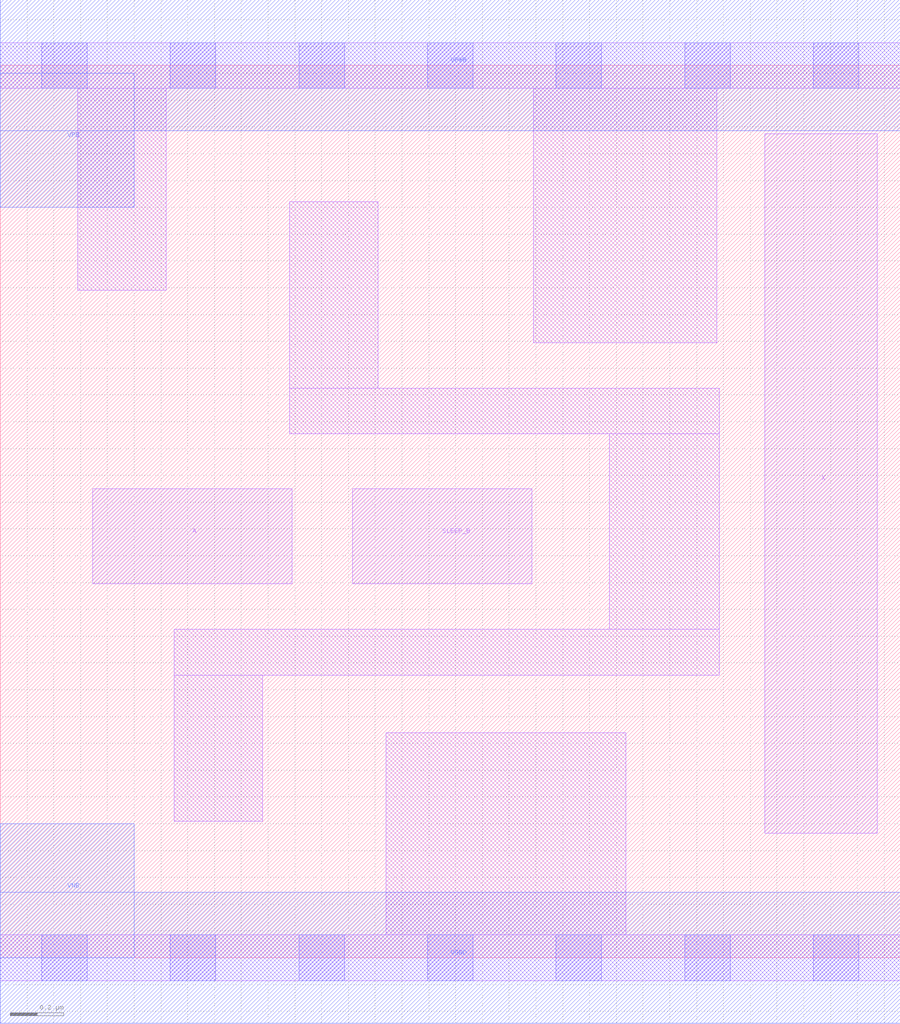
<source format=lef>
# Copyright 2020 The SkyWater PDK Authors
#
# Licensed under the Apache License, Version 2.0 (the "License");
# you may not use this file except in compliance with the License.
# You may obtain a copy of the License at
#
#     https://www.apache.org/licenses/LICENSE-2.0
#
# Unless required by applicable law or agreed to in writing, software
# distributed under the License is distributed on an "AS IS" BASIS,
# WITHOUT WARRANTIES OR CONDITIONS OF ANY KIND, either express or implied.
# See the License for the specific language governing permissions and
# limitations under the License.
#
# SPDX-License-Identifier: Apache-2.0

VERSION 5.5 ;
NAMESCASESENSITIVE ON ;
BUSBITCHARS "[]" ;
DIVIDERCHAR "/" ;
MACRO sky130_fd_sc_lp__inputiso0n_lp
  CLASS CORE ;
  SOURCE USER ;
  ORIGIN  0.000000  0.000000 ;
  SIZE  3.360000 BY  3.330000 ;
  SYMMETRY X Y R90 ;
  SITE unit ;
  PIN A
    ANTENNAGATEAREA  0.189000 ;
    DIRECTION INPUT ;
    USE SIGNAL ;
    PORT
      LAYER li1 ;
        RECT 0.345000 1.395000 1.090000 1.750000 ;
    END
  END A
  PIN SLEEP_B
    ANTENNAGATEAREA  0.189000 ;
    DIRECTION INPUT ;
    USE SIGNAL ;
    PORT
      LAYER li1 ;
        RECT 1.315000 1.395000 1.985000 1.750000 ;
    END
  END SLEEP_B
  PIN X
    ANTENNADIFFAREA  0.445200 ;
    DIRECTION OUTPUT ;
    USE SIGNAL ;
    PORT
      LAYER li1 ;
        RECT 2.855000 0.465000 3.275000 3.075000 ;
    END
  END X
  PIN VGND
    DIRECTION INOUT ;
    USE GROUND ;
    PORT
      LAYER met1 ;
        RECT 0.000000 -0.245000 3.360000 0.245000 ;
    END
  END VGND
  PIN VNB
    DIRECTION INOUT ;
    USE GROUND ;
    PORT
    END
  END VNB
  PIN VPB
    DIRECTION INOUT ;
    USE POWER ;
    PORT
    END
  END VPB
  PIN VNB
    DIRECTION INOUT ;
    USE GROUND ;
    PORT
      LAYER met1 ;
        RECT 0.000000 0.000000 0.500000 0.500000 ;
    END
  END VNB
  PIN VPB
    DIRECTION INOUT ;
    USE POWER ;
    PORT
      LAYER met1 ;
        RECT 0.000000 2.800000 0.500000 3.300000 ;
    END
  END VPB
  PIN VPWR
    DIRECTION INOUT ;
    USE POWER ;
    PORT
      LAYER met1 ;
        RECT 0.000000 3.085000 3.360000 3.575000 ;
    END
  END VPWR
  OBS
    LAYER li1 ;
      RECT 0.000000 -0.085000 3.360000 0.085000 ;
      RECT 0.000000  3.245000 3.360000 3.415000 ;
      RECT 0.290000  2.490000 0.620000 3.245000 ;
      RECT 0.650000  0.510000 0.980000 1.055000 ;
      RECT 0.650000  1.055000 2.685000 1.225000 ;
      RECT 1.080000  1.955000 2.685000 2.125000 ;
      RECT 1.080000  2.125000 1.410000 2.820000 ;
      RECT 1.440000  0.085000 2.335000 0.840000 ;
      RECT 1.990000  2.295000 2.675000 3.245000 ;
      RECT 2.275000  1.225000 2.685000 1.955000 ;
    LAYER mcon ;
      RECT 0.155000 -0.085000 0.325000 0.085000 ;
      RECT 0.155000  3.245000 0.325000 3.415000 ;
      RECT 0.635000 -0.085000 0.805000 0.085000 ;
      RECT 0.635000  3.245000 0.805000 3.415000 ;
      RECT 1.115000 -0.085000 1.285000 0.085000 ;
      RECT 1.115000  3.245000 1.285000 3.415000 ;
      RECT 1.595000 -0.085000 1.765000 0.085000 ;
      RECT 1.595000  3.245000 1.765000 3.415000 ;
      RECT 2.075000 -0.085000 2.245000 0.085000 ;
      RECT 2.075000  3.245000 2.245000 3.415000 ;
      RECT 2.555000 -0.085000 2.725000 0.085000 ;
      RECT 2.555000  3.245000 2.725000 3.415000 ;
      RECT 3.035000 -0.085000 3.205000 0.085000 ;
      RECT 3.035000  3.245000 3.205000 3.415000 ;
  END
END sky130_fd_sc_lp__inputiso0n_lp
END LIBRARY

</source>
